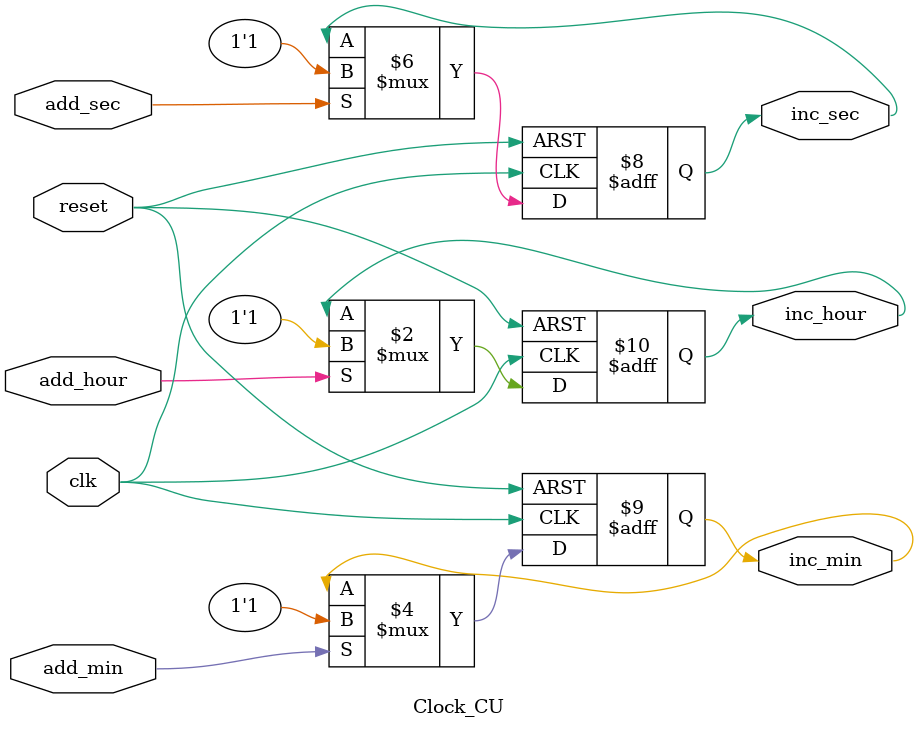
<source format=v>
`timescale 1ns / 1ps

module Clock_CU (
    input clk,
    input reset,
    input add_sec,
    input add_min,
    input add_hour,
    output reg inc_sec,
    output reg inc_min,
    output reg inc_hour
);
    always @(posedge clk or posedge reset) begin
        if (reset) begin
            inc_sec  <= 0;
            inc_min  <= 0;
            inc_hour <= 0;
        end else begin
            if (add_sec)  inc_sec  <= 1;
            if (add_min)  inc_min  <= 1;
            if (add_hour) inc_hour <= 1;
        end
    end
endmodule
</source>
